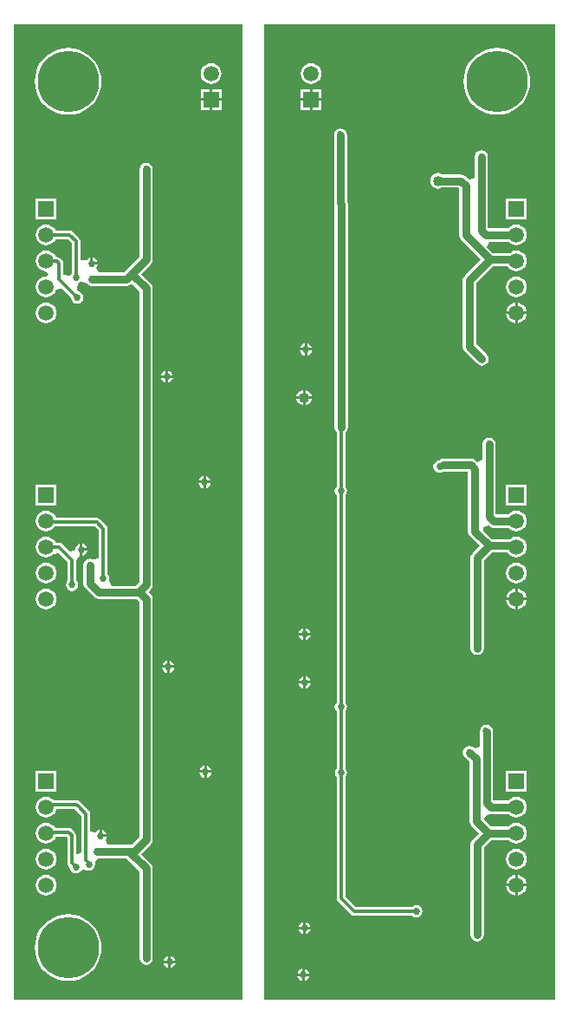
<source format=gbl>
G04*
G04 #@! TF.GenerationSoftware,Altium Limited,Altium Designer,20.2.3 (150)*
G04*
G04 Layer_Physical_Order=2*
G04 Layer_Color=16711680*
%FSLAX25Y25*%
%MOIN*%
G70*
G04*
G04 #@! TF.SameCoordinates,9B11B327-6EB5-4971-87C7-186C775F7969*
G04*
G04*
G04 #@! TF.FilePolarity,Positive*
G04*
G01*
G75*
%ADD35C,0.03000*%
%ADD36C,0.01300*%
%ADD39C,0.05906*%
%ADD40R,0.05906X0.05906*%
%ADD41C,0.23622*%
%ADD42C,0.02700*%
%ADD43C,0.04000*%
G36*
X332000Y100000D02*
X244000D01*
Y475000D01*
X332000D01*
Y100000D01*
D02*
G37*
G36*
X452500D02*
X340500D01*
Y475000D01*
X452500D01*
Y100000D01*
D02*
G37*
%LPC*%
G36*
X320000Y459987D02*
X318968Y459851D01*
X318007Y459453D01*
X317181Y458819D01*
X316547Y457993D01*
X316149Y457032D01*
X316013Y456000D01*
X316149Y454968D01*
X316547Y454007D01*
X317181Y453181D01*
X318007Y452547D01*
X318968Y452149D01*
X320000Y452013D01*
X321032Y452149D01*
X321993Y452547D01*
X322819Y453181D01*
X323453Y454007D01*
X323851Y454968D01*
X323987Y456000D01*
X323851Y457032D01*
X323453Y457993D01*
X322819Y458819D01*
X321993Y459453D01*
X321032Y459851D01*
X320000Y459987D01*
D02*
G37*
G36*
X323953Y449953D02*
X320500D01*
Y446500D01*
X323953D01*
Y449953D01*
D02*
G37*
G36*
X319500D02*
X316047D01*
Y446500D01*
X319500D01*
Y449953D01*
D02*
G37*
G36*
X323953Y445500D02*
X320500D01*
Y442047D01*
X323953D01*
Y445500D01*
D02*
G37*
G36*
X319500D02*
X316047D01*
Y442047D01*
X319500D01*
Y445500D01*
D02*
G37*
G36*
X265000Y465851D02*
X262990Y465692D01*
X261029Y465222D01*
X259166Y464450D01*
X257447Y463396D01*
X255913Y462087D01*
X254604Y460553D01*
X253550Y458834D01*
X252778Y456971D01*
X252308Y455010D01*
X252149Y453000D01*
X252308Y450990D01*
X252778Y449029D01*
X253550Y447166D01*
X254604Y445447D01*
X255913Y443913D01*
X257447Y442604D01*
X259166Y441550D01*
X261029Y440778D01*
X262990Y440308D01*
X265000Y440149D01*
X267010Y440308D01*
X268971Y440778D01*
X270834Y441550D01*
X272553Y442604D01*
X274087Y443913D01*
X275396Y445447D01*
X276450Y447166D01*
X277222Y449029D01*
X277692Y450990D01*
X277851Y453000D01*
X277692Y455010D01*
X277222Y456971D01*
X276450Y458834D01*
X275396Y460553D01*
X274087Y462087D01*
X272553Y463396D01*
X270834Y464450D01*
X268971Y465222D01*
X267010Y465692D01*
X265000Y465851D01*
D02*
G37*
G36*
X260453Y407953D02*
X252547D01*
Y400047D01*
X260453D01*
Y407953D01*
D02*
G37*
G36*
X274500Y385296D02*
Y383500D01*
X276297D01*
X276214Y383916D01*
X275695Y384694D01*
X274917Y385213D01*
X274500Y385296D01*
D02*
G37*
G36*
X295000Y421679D02*
X294024Y421485D01*
X293198Y420932D01*
X292645Y420106D01*
X292451Y419130D01*
Y385556D01*
X287698Y380802D01*
X286444Y379549D01*
X276666D01*
X276136Y380508D01*
X275857Y381549D01*
X276214Y382083D01*
X276297Y382500D01*
X274000D01*
Y383000D01*
X273500D01*
Y385296D01*
X273083Y385213D01*
X272306Y384694D01*
X272110Y384400D01*
X270538Y384193D01*
X269722Y384374D01*
X269682Y384420D01*
Y391500D01*
X269554Y392144D01*
X269190Y392690D01*
X269190Y392690D01*
X266690Y395190D01*
X266144Y395554D01*
X265500Y395682D01*
X260082D01*
X259953Y395993D01*
X259319Y396819D01*
X258493Y397453D01*
X257532Y397851D01*
X256500Y397987D01*
X255468Y397851D01*
X254507Y397453D01*
X253681Y396819D01*
X253047Y395993D01*
X252649Y395032D01*
X252513Y394000D01*
X252649Y392968D01*
X253047Y392007D01*
X253681Y391181D01*
X254507Y390547D01*
X255468Y390149D01*
X256500Y390013D01*
X257532Y390149D01*
X258493Y390547D01*
X259319Y391181D01*
X259953Y392007D01*
X260082Y392318D01*
X264803D01*
X266318Y390803D01*
Y379289D01*
X265390Y378439D01*
X263770Y378532D01*
X263391Y378742D01*
X263182Y379081D01*
Y383000D01*
X263054Y383644D01*
X262690Y384190D01*
X262690Y384190D01*
X261831Y385048D01*
X261285Y385413D01*
X260641Y385541D01*
X260140D01*
X259953Y385993D01*
X259319Y386819D01*
X258493Y387453D01*
X257532Y387851D01*
X256500Y387987D01*
X255468Y387851D01*
X254507Y387453D01*
X253681Y386819D01*
X253047Y385993D01*
X252649Y385032D01*
X252513Y384000D01*
X252649Y382968D01*
X253047Y382007D01*
X253681Y381181D01*
X254507Y380547D01*
X255468Y380149D01*
X256500Y380013D01*
X257480Y379000D01*
X256500Y377987D01*
X255468Y377851D01*
X254507Y377453D01*
X253681Y376819D01*
X253047Y375993D01*
X252649Y375032D01*
X252513Y374000D01*
X252649Y372968D01*
X253047Y372007D01*
X253681Y371181D01*
X254507Y370547D01*
X255468Y370149D01*
X256500Y370013D01*
X257532Y370149D01*
X258493Y370547D01*
X259319Y371181D01*
X259953Y372007D01*
X260351Y372968D01*
X262459Y373661D01*
X266107Y370014D01*
X266104Y370000D01*
X266286Y369083D01*
X266806Y368306D01*
X267583Y367786D01*
X268500Y367604D01*
X269417Y367786D01*
X270194Y368306D01*
X270714Y369083D01*
X270896Y370000D01*
X270714Y370917D01*
X270194Y371694D01*
X269417Y372214D01*
X268935Y372309D01*
X268424Y373336D01*
X268917Y375286D01*
X269694Y375806D01*
X270243Y375867D01*
X271908Y375631D01*
X272198Y375198D01*
X273025Y374645D01*
X274000Y374451D01*
X287500D01*
X288475Y374645D01*
X289302Y375198D01*
X289500Y375395D01*
X292451Y372444D01*
Y337500D01*
Y260556D01*
X290944Y259049D01*
X281639D01*
X280691Y261049D01*
X280714Y261083D01*
X280896Y262000D01*
X280714Y262917D01*
X280194Y263694D01*
X280182Y263702D01*
Y281000D01*
X280054Y281644D01*
X279690Y282190D01*
X279690Y282190D01*
X277190Y284690D01*
X276644Y285054D01*
X276000Y285182D01*
X260289D01*
X259953Y285993D01*
X259319Y286819D01*
X258493Y287453D01*
X257532Y287851D01*
X256500Y287987D01*
X255468Y287851D01*
X254507Y287453D01*
X253681Y286819D01*
X253047Y285993D01*
X252649Y285032D01*
X252513Y284000D01*
X252649Y282968D01*
X253047Y282007D01*
X253681Y281181D01*
X254507Y280547D01*
X255468Y280149D01*
X256500Y280013D01*
X257532Y280149D01*
X258493Y280547D01*
X259319Y281181D01*
X259808Y281818D01*
X275303D01*
X276818Y280303D01*
Y270012D01*
X276466Y269731D01*
X274818Y269126D01*
X274476Y269355D01*
X273500Y269549D01*
X272524Y269355D01*
X271698Y268802D01*
X271145Y267975D01*
X270951Y267000D01*
Y259942D01*
X271145Y258967D01*
X271698Y258140D01*
X275140Y254698D01*
X275967Y254145D01*
X276942Y253951D01*
X291444D01*
X292451Y252944D01*
Y199500D01*
Y162556D01*
X289444Y159549D01*
X280165D01*
X279635Y160509D01*
X279357Y161549D01*
X279714Y162083D01*
X279797Y162500D01*
X277500D01*
Y163000D01*
X277000D01*
Y165297D01*
X276583Y165214D01*
X275806Y164694D01*
X275556Y164320D01*
X273556Y164688D01*
Y171365D01*
X273428Y172009D01*
X273063Y172555D01*
X270190Y175428D01*
X270190Y175428D01*
X270190Y175428D01*
X269428Y176190D01*
X268882Y176554D01*
X268238Y176682D01*
X259564D01*
X259443Y176658D01*
X259319Y176819D01*
X258493Y177453D01*
X257532Y177851D01*
X256500Y177987D01*
X255468Y177851D01*
X254507Y177453D01*
X253681Y176819D01*
X253047Y175993D01*
X252649Y175032D01*
X252513Y174000D01*
X252649Y172968D01*
X253047Y172007D01*
X253681Y171181D01*
X254507Y170547D01*
X255468Y170149D01*
X256500Y170013D01*
X257532Y170149D01*
X258493Y170547D01*
X259319Y171181D01*
X259953Y172007D01*
X260351Y172968D01*
X260397Y173318D01*
X267542D01*
X267810Y173049D01*
X267810Y173049D01*
X270191Y170668D01*
Y156574D01*
X268191Y155494D01*
X268042Y155592D01*
Y163140D01*
X267915Y163784D01*
X267550Y164329D01*
X267550Y164329D01*
X266410Y165469D01*
X265864Y165834D01*
X265220Y165962D01*
X259966D01*
X259953Y165993D01*
X259319Y166819D01*
X258493Y167453D01*
X257532Y167851D01*
X256500Y167987D01*
X255468Y167851D01*
X254507Y167453D01*
X253681Y166819D01*
X253047Y165993D01*
X252649Y165032D01*
X252513Y164000D01*
X252649Y162968D01*
X253047Y162007D01*
X253681Y161181D01*
X254507Y160547D01*
X255468Y160149D01*
X256500Y160013D01*
X257532Y160149D01*
X258493Y160547D01*
X259319Y161181D01*
X259953Y162007D01*
X260197Y162597D01*
X264524D01*
X264678Y162443D01*
Y152640D01*
X264806Y151996D01*
X265171Y151450D01*
X265607Y151014D01*
X265604Y151000D01*
X265786Y150083D01*
X266306Y149306D01*
X267083Y148786D01*
X268000Y148604D01*
X268917Y148786D01*
X269607Y149248D01*
X269694Y149306D01*
X270798Y149990D01*
X272083Y149786D01*
X272190Y149765D01*
X273000Y149604D01*
X273917Y149786D01*
X274694Y150306D01*
X275214Y151083D01*
X275396Y152000D01*
X275286Y152554D01*
X275510Y153148D01*
X275802Y153571D01*
X276594Y154451D01*
X287444D01*
X292451Y149444D01*
Y144530D01*
X292444Y144493D01*
Y142007D01*
X292451Y141970D01*
Y116000D01*
X292645Y115024D01*
X293198Y114198D01*
X294024Y113645D01*
X295000Y113451D01*
X295975Y113645D01*
X296802Y114198D01*
X297355Y115024D01*
X297549Y116000D01*
Y142000D01*
X297542Y142037D01*
Y144463D01*
X297549Y144500D01*
Y150500D01*
X297355Y151476D01*
X296802Y152302D01*
X293105Y156000D01*
X296802Y159698D01*
X297355Y160524D01*
X297549Y161500D01*
Y199500D01*
Y254000D01*
X297355Y254976D01*
X296802Y255802D01*
X295855Y256750D01*
X296802Y257698D01*
X297355Y258524D01*
X297549Y259500D01*
X297499Y259750D01*
X297549Y260000D01*
Y308664D01*
X297550Y308668D01*
X297549Y308672D01*
Y337500D01*
Y373500D01*
X297355Y374476D01*
X296802Y375302D01*
X293105Y379000D01*
X296802Y382698D01*
X297355Y383524D01*
X297549Y384500D01*
Y419130D01*
X297355Y420106D01*
X296802Y420932D01*
X295975Y421485D01*
X295000Y421679D01*
D02*
G37*
G36*
X256500Y367987D02*
X255468Y367851D01*
X254507Y367453D01*
X253681Y366819D01*
X253047Y365993D01*
X252649Y365032D01*
X252513Y364000D01*
X252649Y362968D01*
X253047Y362007D01*
X253681Y361181D01*
X254507Y360547D01*
X255468Y360149D01*
X256500Y360013D01*
X257532Y360149D01*
X258493Y360547D01*
X259319Y361181D01*
X259953Y362007D01*
X260351Y362968D01*
X260487Y364000D01*
X260351Y365032D01*
X259953Y365993D01*
X259319Y366819D01*
X258493Y367453D01*
X257532Y367851D01*
X256500Y367987D01*
D02*
G37*
G36*
X303500Y341797D02*
Y340000D01*
X305297D01*
X305214Y340417D01*
X304694Y341194D01*
X303917Y341714D01*
X303500Y341797D01*
D02*
G37*
G36*
X302500D02*
X302083Y341714D01*
X301306Y341194D01*
X300786Y340417D01*
X300703Y340000D01*
X302500D01*
Y341797D01*
D02*
G37*
G36*
X305297Y339000D02*
X303500D01*
Y337203D01*
X303917Y337286D01*
X304694Y337806D01*
X305214Y338583D01*
X305297Y339000D01*
D02*
G37*
G36*
X302500D02*
X300703D01*
X300786Y338583D01*
X301306Y337806D01*
X302083Y337286D01*
X302500Y337203D01*
Y339000D01*
D02*
G37*
G36*
X318000Y301297D02*
Y299500D01*
X319797D01*
X319714Y299917D01*
X319194Y300694D01*
X318417Y301214D01*
X318000Y301297D01*
D02*
G37*
G36*
X317000D02*
X316583Y301214D01*
X315806Y300694D01*
X315286Y299917D01*
X315203Y299500D01*
X317000D01*
Y301297D01*
D02*
G37*
G36*
X319797Y298500D02*
X318000D01*
Y296703D01*
X318417Y296786D01*
X319194Y297306D01*
X319714Y298083D01*
X319797Y298500D01*
D02*
G37*
G36*
X317000D02*
X315203D01*
X315286Y298083D01*
X315806Y297306D01*
X316583Y296786D01*
X317000Y296703D01*
Y298500D01*
D02*
G37*
G36*
X260453Y297953D02*
X252547D01*
Y290047D01*
X260453D01*
Y297953D01*
D02*
G37*
G36*
X270500Y275297D02*
Y273500D01*
X272297D01*
X272214Y273917D01*
X271694Y274694D01*
X270917Y275214D01*
X270500Y275297D01*
D02*
G37*
G36*
X272297Y272500D02*
X270500D01*
Y270703D01*
X270917Y270786D01*
X271694Y271306D01*
X272214Y272083D01*
X272297Y272500D01*
D02*
G37*
G36*
X256500Y267987D02*
X255468Y267851D01*
X254507Y267453D01*
X253681Y266819D01*
X253047Y265993D01*
X252649Y265032D01*
X252513Y264000D01*
X252649Y262968D01*
X253047Y262007D01*
X253681Y261181D01*
X254507Y260547D01*
X255468Y260149D01*
X256500Y260013D01*
X257532Y260149D01*
X258493Y260547D01*
X259319Y261181D01*
X259953Y262007D01*
X260351Y262968D01*
X260487Y264000D01*
X260351Y265032D01*
X259953Y265993D01*
X259319Y266819D01*
X258493Y267453D01*
X257532Y267851D01*
X256500Y267987D01*
D02*
G37*
G36*
Y277987D02*
X255468Y277851D01*
X254507Y277453D01*
X253681Y276819D01*
X253047Y275993D01*
X252649Y275032D01*
X252513Y274000D01*
X252649Y272968D01*
X253047Y272007D01*
X253681Y271181D01*
X254507Y270547D01*
X255468Y270149D01*
X256500Y270013D01*
X257532Y270149D01*
X258493Y270547D01*
X259319Y271181D01*
X259352Y271223D01*
X261544Y271468D01*
X261852Y271364D01*
X264818Y268398D01*
Y261202D01*
X264806Y261194D01*
X264286Y260417D01*
X264104Y259500D01*
X264286Y258583D01*
X264806Y257806D01*
X265583Y257286D01*
X266500Y257104D01*
X267417Y257286D01*
X268194Y257806D01*
X268714Y258583D01*
X268896Y259500D01*
X268714Y260417D01*
X268194Y261194D01*
X268182Y261202D01*
Y269095D01*
X268182Y269095D01*
X268295Y269307D01*
X269489Y270509D01*
X269500Y270515D01*
Y273000D01*
Y275297D01*
X269083Y275214D01*
X268306Y274694D01*
X267786Y273917D01*
X267637Y273166D01*
X267010Y272768D01*
X265711Y272263D01*
X262785Y275190D01*
X262239Y275554D01*
X261595Y275682D01*
X260082D01*
X259953Y275993D01*
X259319Y276819D01*
X258493Y277453D01*
X257532Y277851D01*
X256500Y277987D01*
D02*
G37*
G36*
Y257987D02*
X255468Y257851D01*
X254507Y257453D01*
X253681Y256819D01*
X253047Y255993D01*
X252649Y255032D01*
X252513Y254000D01*
X252649Y252968D01*
X253047Y252007D01*
X253681Y251181D01*
X254507Y250547D01*
X255468Y250149D01*
X256500Y250013D01*
X257532Y250149D01*
X258493Y250547D01*
X259319Y251181D01*
X259953Y252007D01*
X260351Y252968D01*
X260487Y254000D01*
X260351Y255032D01*
X259953Y255993D01*
X259319Y256819D01*
X258493Y257453D01*
X257532Y257851D01*
X256500Y257987D01*
D02*
G37*
G36*
X304000Y230297D02*
Y228500D01*
X305797D01*
X305714Y228917D01*
X305194Y229694D01*
X304417Y230214D01*
X304000Y230297D01*
D02*
G37*
G36*
X303000D02*
X302583Y230214D01*
X301806Y229694D01*
X301286Y228917D01*
X301203Y228500D01*
X303000D01*
Y230297D01*
D02*
G37*
G36*
X305797Y227500D02*
X304000D01*
Y225703D01*
X304417Y225786D01*
X305194Y226306D01*
X305714Y227083D01*
X305797Y227500D01*
D02*
G37*
G36*
X303000D02*
X301203D01*
X301286Y227083D01*
X301806Y226306D01*
X302583Y225786D01*
X303000Y225703D01*
Y227500D01*
D02*
G37*
G36*
X318336Y189942D02*
Y188145D01*
X320133D01*
X320050Y188562D01*
X319530Y189339D01*
X318753Y189859D01*
X318336Y189942D01*
D02*
G37*
G36*
X317336D02*
X316919Y189859D01*
X316142Y189339D01*
X315622Y188562D01*
X315540Y188145D01*
X317336D01*
Y189942D01*
D02*
G37*
G36*
X320133Y187145D02*
X318336D01*
Y185349D01*
X318753Y185432D01*
X319530Y185951D01*
X320050Y186728D01*
X320133Y187145D01*
D02*
G37*
G36*
X317336D02*
X315540D01*
X315622Y186728D01*
X316142Y185951D01*
X316919Y185432D01*
X317336Y185349D01*
Y187145D01*
D02*
G37*
G36*
X260453Y187953D02*
X252547D01*
Y180047D01*
X260453D01*
Y187953D01*
D02*
G37*
G36*
X278000Y165297D02*
Y163500D01*
X279797D01*
X279714Y163917D01*
X279194Y164694D01*
X278417Y165214D01*
X278000Y165297D01*
D02*
G37*
G36*
X256500Y157987D02*
X255468Y157851D01*
X254507Y157453D01*
X253681Y156819D01*
X253047Y155993D01*
X252649Y155032D01*
X252513Y154000D01*
X252649Y152968D01*
X253047Y152007D01*
X253681Y151181D01*
X254507Y150547D01*
X255468Y150149D01*
X256500Y150013D01*
X257532Y150149D01*
X258493Y150547D01*
X259319Y151181D01*
X259953Y152007D01*
X260351Y152968D01*
X260487Y154000D01*
X260351Y155032D01*
X259953Y155993D01*
X259319Y156819D01*
X258493Y157453D01*
X257532Y157851D01*
X256500Y157987D01*
D02*
G37*
G36*
Y147987D02*
X255468Y147851D01*
X254507Y147453D01*
X253681Y146819D01*
X253047Y145993D01*
X252649Y145032D01*
X252513Y144000D01*
X252649Y142968D01*
X253047Y142007D01*
X253681Y141181D01*
X254507Y140547D01*
X255468Y140149D01*
X256500Y140013D01*
X257532Y140149D01*
X258493Y140547D01*
X259319Y141181D01*
X259953Y142007D01*
X260351Y142968D01*
X260487Y144000D01*
X260351Y145032D01*
X259953Y145993D01*
X259319Y146819D01*
X258493Y147453D01*
X257532Y147851D01*
X256500Y147987D01*
D02*
G37*
G36*
X304500Y116797D02*
Y115000D01*
X306297D01*
X306214Y115417D01*
X305694Y116194D01*
X304917Y116714D01*
X304500Y116797D01*
D02*
G37*
G36*
X303500D02*
X303083Y116714D01*
X302306Y116194D01*
X301786Y115417D01*
X301703Y115000D01*
X303500D01*
Y116797D01*
D02*
G37*
G36*
X306297Y114000D02*
X304500D01*
Y112203D01*
X304917Y112286D01*
X305694Y112806D01*
X306214Y113583D01*
X306297Y114000D01*
D02*
G37*
G36*
X303500D02*
X301703D01*
X301786Y113583D01*
X302306Y112806D01*
X303083Y112286D01*
X303500Y112203D01*
Y114000D01*
D02*
G37*
G36*
X265000Y132851D02*
X262990Y132692D01*
X261029Y132222D01*
X259166Y131450D01*
X257447Y130396D01*
X255913Y129087D01*
X254604Y127553D01*
X253550Y125834D01*
X252778Y123971D01*
X252308Y122010D01*
X252149Y120000D01*
X252308Y117990D01*
X252778Y116029D01*
X253550Y114166D01*
X254604Y112447D01*
X255913Y110913D01*
X257447Y109604D01*
X259166Y108550D01*
X261029Y107778D01*
X262990Y107308D01*
X265000Y107149D01*
X267010Y107308D01*
X268971Y107778D01*
X270834Y108550D01*
X272553Y109604D01*
X274087Y110913D01*
X275396Y112447D01*
X276450Y114166D01*
X277222Y116029D01*
X277692Y117990D01*
X277851Y120000D01*
X277692Y122010D01*
X277222Y123971D01*
X276450Y125834D01*
X275396Y127553D01*
X274087Y129087D01*
X272553Y130396D01*
X270834Y131450D01*
X268971Y132222D01*
X267010Y132692D01*
X265000Y132851D01*
D02*
G37*
G36*
X358500Y459987D02*
X357468Y459851D01*
X356507Y459453D01*
X355681Y458819D01*
X355047Y457993D01*
X354649Y457032D01*
X354513Y456000D01*
X354649Y454968D01*
X355047Y454007D01*
X355681Y453181D01*
X356507Y452547D01*
X357468Y452149D01*
X358500Y452013D01*
X359532Y452149D01*
X360493Y452547D01*
X361319Y453181D01*
X361953Y454007D01*
X362351Y454968D01*
X362487Y456000D01*
X362351Y457032D01*
X361953Y457993D01*
X361319Y458819D01*
X360493Y459453D01*
X359532Y459851D01*
X358500Y459987D01*
D02*
G37*
G36*
X362453Y449953D02*
X359000D01*
Y446500D01*
X362453D01*
Y449953D01*
D02*
G37*
G36*
X358000D02*
X354547D01*
Y446500D01*
X358000D01*
Y449953D01*
D02*
G37*
G36*
X362453Y445500D02*
X359000D01*
Y442047D01*
X362453D01*
Y445500D01*
D02*
G37*
G36*
X358000D02*
X354547D01*
Y442047D01*
X358000D01*
Y445500D01*
D02*
G37*
G36*
X430000Y465851D02*
X427990Y465692D01*
X426029Y465222D01*
X424166Y464450D01*
X422447Y463396D01*
X420913Y462087D01*
X419604Y460553D01*
X418550Y458834D01*
X417778Y456971D01*
X417308Y455010D01*
X417149Y453000D01*
X417308Y450990D01*
X417778Y449029D01*
X418550Y447166D01*
X419604Y445447D01*
X420913Y443913D01*
X422447Y442604D01*
X424166Y441550D01*
X426029Y440778D01*
X427990Y440308D01*
X430000Y440149D01*
X432010Y440308D01*
X433971Y440778D01*
X435834Y441550D01*
X437553Y442604D01*
X439087Y443913D01*
X440396Y445447D01*
X441450Y447166D01*
X442222Y449029D01*
X442692Y450990D01*
X442851Y453000D01*
X442692Y455010D01*
X442222Y456971D01*
X441450Y458834D01*
X440396Y460553D01*
X439087Y462087D01*
X437553Y463396D01*
X435834Y464450D01*
X433971Y465222D01*
X432010Y465692D01*
X430000Y465851D01*
D02*
G37*
G36*
X424000Y426549D02*
X423025Y426355D01*
X422198Y425802D01*
X421645Y424975D01*
X421451Y424000D01*
Y415932D01*
X420820Y415503D01*
X419451Y415163D01*
X418045Y416569D01*
X417218Y417122D01*
X416243Y417316D01*
X408968D01*
X408875Y417387D01*
X408146Y417690D01*
X407362Y417793D01*
X406579Y417690D01*
X405849Y417387D01*
X405223Y416906D01*
X404742Y416280D01*
X404440Y415550D01*
X404337Y414767D01*
X404440Y413983D01*
X404742Y413254D01*
X405223Y412627D01*
X405849Y412146D01*
X406579Y411844D01*
X407362Y411741D01*
X408146Y411844D01*
X408875Y412146D01*
X408968Y412218D01*
X415187D01*
X415451Y411953D01*
Y394000D01*
X415645Y393024D01*
X416198Y392198D01*
X423895Y384500D01*
X417698Y378302D01*
X417145Y377476D01*
X416951Y376500D01*
Y351079D01*
X417145Y350103D01*
X417698Y349277D01*
X422463Y344511D01*
X423290Y343958D01*
X424266Y343764D01*
X425241Y343958D01*
X426068Y344511D01*
X426621Y345338D01*
X426815Y346313D01*
X426621Y347289D01*
X426068Y348116D01*
X422049Y352135D01*
Y375444D01*
X428556Y381951D01*
X434090D01*
X434681Y381181D01*
X435507Y380547D01*
X436468Y380149D01*
X437500Y380013D01*
X438532Y380149D01*
X439493Y380547D01*
X440319Y381181D01*
X440953Y382007D01*
X441351Y382968D01*
X441487Y384000D01*
X441351Y385032D01*
X440953Y385993D01*
X440319Y386819D01*
X439493Y387453D01*
X438532Y387851D01*
X437500Y387987D01*
X436468Y387851D01*
X435507Y387453D01*
X434980Y387049D01*
X428556D01*
X426154Y389451D01*
X426982Y391451D01*
X434474D01*
X434681Y391181D01*
X435507Y390547D01*
X436468Y390149D01*
X437500Y390013D01*
X438532Y390149D01*
X439493Y390547D01*
X440319Y391181D01*
X440953Y392007D01*
X441351Y392968D01*
X441487Y394000D01*
X441351Y395032D01*
X440953Y395993D01*
X440319Y396819D01*
X439493Y397453D01*
X438532Y397851D01*
X437500Y397987D01*
X436468Y397851D01*
X435507Y397453D01*
X434681Y396819D01*
X434474Y396549D01*
X426813D01*
X426549Y396813D01*
Y424000D01*
X426355Y424975D01*
X425802Y425802D01*
X424975Y426355D01*
X424000Y426549D01*
D02*
G37*
G36*
X441453Y407953D02*
X433547D01*
Y400047D01*
X441453D01*
Y407953D01*
D02*
G37*
G36*
X437500Y377987D02*
X436468Y377851D01*
X435507Y377453D01*
X434681Y376819D01*
X434047Y375993D01*
X433649Y375032D01*
X433513Y374000D01*
X433649Y372968D01*
X434047Y372007D01*
X434681Y371181D01*
X435507Y370547D01*
X436468Y370149D01*
X437500Y370013D01*
X438532Y370149D01*
X439493Y370547D01*
X440319Y371181D01*
X440953Y372007D01*
X441351Y372968D01*
X441487Y374000D01*
X441351Y375032D01*
X440953Y375993D01*
X440319Y376819D01*
X439493Y377453D01*
X438532Y377851D01*
X437500Y377987D01*
D02*
G37*
G36*
X438000Y367921D02*
Y364500D01*
X441421D01*
X441351Y365032D01*
X440953Y365993D01*
X440319Y366819D01*
X439493Y367453D01*
X438532Y367851D01*
X438000Y367921D01*
D02*
G37*
G36*
X437000D02*
X436468Y367851D01*
X435507Y367453D01*
X434681Y366819D01*
X434047Y365993D01*
X433649Y365032D01*
X433579Y364500D01*
X437000D01*
Y367921D01*
D02*
G37*
G36*
X441421Y363500D02*
X438000D01*
Y360079D01*
X438532Y360149D01*
X439493Y360547D01*
X440319Y361181D01*
X440953Y362007D01*
X441351Y362968D01*
X441421Y363500D01*
D02*
G37*
G36*
X437000D02*
X433579D01*
X433649Y362968D01*
X434047Y362007D01*
X434681Y361181D01*
X435507Y360547D01*
X436468Y360149D01*
X437000Y360079D01*
Y363500D01*
D02*
G37*
G36*
X357000Y352297D02*
Y350500D01*
X358797D01*
X358714Y350917D01*
X358194Y351694D01*
X357417Y352214D01*
X357000Y352297D01*
D02*
G37*
G36*
X356000D02*
X355583Y352214D01*
X354806Y351694D01*
X354286Y350917D01*
X354203Y350500D01*
X356000D01*
Y352297D01*
D02*
G37*
G36*
X358797Y349500D02*
X357000D01*
Y347703D01*
X357417Y347786D01*
X358194Y348306D01*
X358714Y349083D01*
X358797Y349500D01*
D02*
G37*
G36*
X356000D02*
X354203D01*
X354286Y349083D01*
X354806Y348306D01*
X355583Y347786D01*
X356000Y347703D01*
Y349500D01*
D02*
G37*
G36*
X356303Y334383D02*
Y331923D01*
X358763D01*
X358726Y332206D01*
X358424Y332936D01*
X357943Y333562D01*
X357316Y334043D01*
X356587Y334346D01*
X356303Y334383D01*
D02*
G37*
G36*
X355303D02*
X355020Y334346D01*
X354290Y334043D01*
X353664Y333562D01*
X353183Y332936D01*
X352881Y332206D01*
X352843Y331923D01*
X355303D01*
Y334383D01*
D02*
G37*
G36*
X358763Y330923D02*
X356303D01*
Y328463D01*
X356587Y328500D01*
X357316Y328802D01*
X357943Y329283D01*
X358424Y329910D01*
X358726Y330640D01*
X358763Y330923D01*
D02*
G37*
G36*
X355303D02*
X352843D01*
X352881Y330640D01*
X353183Y329910D01*
X353664Y329283D01*
X354290Y328802D01*
X355020Y328500D01*
X355303Y328463D01*
Y330923D01*
D02*
G37*
G36*
X427000Y316049D02*
X426024Y315855D01*
X425198Y315302D01*
X424645Y314475D01*
X424451Y313500D01*
Y307482D01*
X422451Y306654D01*
X421802Y307302D01*
X420975Y307855D01*
X420000Y308049D01*
X409461D01*
X408486Y307855D01*
X407714Y307339D01*
X407083Y307214D01*
X406306Y306694D01*
X405786Y305917D01*
X405604Y305000D01*
X405786Y304083D01*
X406306Y303306D01*
X407083Y302786D01*
X408000Y302604D01*
X408917Y302786D01*
X409232Y302997D01*
X409461Y302951D01*
X418944D01*
X418951Y302944D01*
Y280000D01*
X419145Y279025D01*
X419698Y278198D01*
X423395Y274500D01*
X420662Y271767D01*
X420110Y270940D01*
X419916Y269965D01*
Y235035D01*
X420110Y234060D01*
X420662Y233233D01*
X421489Y232681D01*
X422465Y232487D01*
X423440Y232681D01*
X424267Y233233D01*
X424820Y234060D01*
X425014Y235035D01*
Y268909D01*
X428056Y271951D01*
X434090D01*
X434681Y271181D01*
X435507Y270547D01*
X436468Y270149D01*
X437500Y270013D01*
X438532Y270149D01*
X439493Y270547D01*
X440319Y271181D01*
X440953Y272007D01*
X441351Y272968D01*
X441487Y274000D01*
X441351Y275032D01*
X440953Y275993D01*
X440319Y276819D01*
X439493Y277453D01*
X438532Y277851D01*
X437500Y277987D01*
X436468Y277851D01*
X435507Y277453D01*
X434980Y277049D01*
X428056D01*
X424677Y280427D01*
X424827Y281497D01*
X426946Y282206D01*
X426955Y282198D01*
X427782Y281645D01*
X428757Y281451D01*
X434474D01*
X434681Y281181D01*
X435507Y280547D01*
X436468Y280149D01*
X437500Y280013D01*
X438532Y280149D01*
X439493Y280547D01*
X440319Y281181D01*
X440953Y282007D01*
X441351Y282968D01*
X441487Y284000D01*
X441351Y285032D01*
X440953Y285993D01*
X440319Y286819D01*
X439493Y287453D01*
X438532Y287851D01*
X437500Y287987D01*
X436468Y287851D01*
X435507Y287453D01*
X434681Y286819D01*
X434474Y286549D01*
X429813D01*
X429549Y286813D01*
Y313500D01*
X429355Y314475D01*
X428802Y315302D01*
X427976Y315855D01*
X427000Y316049D01*
D02*
G37*
G36*
X441453Y297953D02*
X433547D01*
Y290047D01*
X441453D01*
Y297953D01*
D02*
G37*
G36*
X437500Y267987D02*
X436468Y267851D01*
X435507Y267453D01*
X434681Y266819D01*
X434047Y265993D01*
X433649Y265032D01*
X433513Y264000D01*
X433649Y262968D01*
X434047Y262007D01*
X434681Y261181D01*
X435507Y260547D01*
X436468Y260149D01*
X437500Y260013D01*
X438532Y260149D01*
X439493Y260547D01*
X440319Y261181D01*
X440953Y262007D01*
X441351Y262968D01*
X441487Y264000D01*
X441351Y265032D01*
X440953Y265993D01*
X440319Y266819D01*
X439493Y267453D01*
X438532Y267851D01*
X437500Y267987D01*
D02*
G37*
G36*
X438000Y257921D02*
Y254500D01*
X441421D01*
X441351Y255032D01*
X440953Y255993D01*
X440319Y256819D01*
X439493Y257453D01*
X438532Y257851D01*
X438000Y257921D01*
D02*
G37*
G36*
X437000D02*
X436468Y257851D01*
X435507Y257453D01*
X434681Y256819D01*
X434047Y255993D01*
X433649Y255032D01*
X433579Y254500D01*
X437000D01*
Y257921D01*
D02*
G37*
G36*
X441421Y253500D02*
X438000D01*
Y250079D01*
X438532Y250149D01*
X439493Y250547D01*
X440319Y251181D01*
X440953Y252007D01*
X441351Y252968D01*
X441421Y253500D01*
D02*
G37*
G36*
X437000D02*
X433579D01*
X433649Y252968D01*
X434047Y252007D01*
X434681Y251181D01*
X435507Y250547D01*
X436468Y250149D01*
X437000Y250079D01*
Y253500D01*
D02*
G37*
G36*
X356500Y242797D02*
Y241000D01*
X358297D01*
X358214Y241417D01*
X357694Y242194D01*
X356917Y242714D01*
X356500Y242797D01*
D02*
G37*
G36*
X355500D02*
X355083Y242714D01*
X354306Y242194D01*
X353786Y241417D01*
X353703Y241000D01*
X355500D01*
Y242797D01*
D02*
G37*
G36*
X358297Y240000D02*
X356500D01*
Y238203D01*
X356917Y238286D01*
X357694Y238806D01*
X358214Y239583D01*
X358297Y240000D01*
D02*
G37*
G36*
X355500D02*
X353703D01*
X353786Y239583D01*
X354306Y238806D01*
X355083Y238286D01*
X355500Y238203D01*
Y240000D01*
D02*
G37*
G36*
X356500Y224297D02*
Y222500D01*
X358297D01*
X358214Y222917D01*
X357694Y223694D01*
X356917Y224214D01*
X356500Y224297D01*
D02*
G37*
G36*
X355500D02*
X355083Y224214D01*
X354306Y223694D01*
X353786Y222917D01*
X353703Y222500D01*
X355500D01*
Y224297D01*
D02*
G37*
G36*
X358297Y221500D02*
X356500D01*
Y219703D01*
X356917Y219786D01*
X357694Y220306D01*
X358214Y221083D01*
X358297Y221500D01*
D02*
G37*
G36*
X355500D02*
X353703D01*
X353786Y221083D01*
X354306Y220306D01*
X355083Y219786D01*
X355500Y219703D01*
Y221500D01*
D02*
G37*
G36*
X426000Y205657D02*
X425025Y205463D01*
X424198Y204910D01*
X423645Y204083D01*
X423451Y203108D01*
Y197267D01*
X421603Y196502D01*
X421302Y196802D01*
X420475Y197355D01*
X419500Y197549D01*
X418525Y197355D01*
X417698Y196802D01*
X417145Y195975D01*
X416951Y195000D01*
X417145Y194025D01*
X417698Y193198D01*
X419451Y191444D01*
Y168750D01*
X419645Y167774D01*
X420198Y166948D01*
X423145Y164000D01*
X420698Y161552D01*
X420145Y160725D01*
X419951Y159750D01*
Y125000D01*
X420145Y124024D01*
X420698Y123198D01*
X421524Y122645D01*
X422500Y122451D01*
X423476Y122645D01*
X424302Y123198D01*
X424855Y124024D01*
X425049Y125000D01*
Y158694D01*
X427806Y161451D01*
X434474D01*
X434681Y161181D01*
X435507Y160547D01*
X436468Y160149D01*
X437500Y160013D01*
X438532Y160149D01*
X439493Y160547D01*
X440319Y161181D01*
X440953Y162007D01*
X441351Y162968D01*
X441487Y164000D01*
X441351Y165032D01*
X440953Y165993D01*
X440319Y166819D01*
X439493Y167453D01*
X438532Y167851D01*
X437500Y167987D01*
X436468Y167851D01*
X435507Y167453D01*
X434681Y166819D01*
X434474Y166549D01*
X427806D01*
X425228Y169127D01*
X425385Y170218D01*
X425647Y170486D01*
X427428Y171517D01*
X427757Y171451D01*
X434474D01*
X434681Y171181D01*
X435507Y170547D01*
X436468Y170149D01*
X437500Y170013D01*
X438532Y170149D01*
X439493Y170547D01*
X440319Y171181D01*
X440953Y172007D01*
X441351Y172968D01*
X441487Y174000D01*
X441351Y175032D01*
X440953Y175993D01*
X440319Y176819D01*
X439493Y177453D01*
X438532Y177851D01*
X437500Y177987D01*
X436468Y177851D01*
X435507Y177453D01*
X434681Y176819D01*
X434474Y176549D01*
X428813D01*
X428549Y176813D01*
Y203108D01*
X428355Y204083D01*
X427802Y204910D01*
X426975Y205463D01*
X426000Y205657D01*
D02*
G37*
G36*
X441453Y187953D02*
X433547D01*
Y180047D01*
X441453D01*
Y187953D01*
D02*
G37*
G36*
X437500Y157987D02*
X436468Y157851D01*
X435507Y157453D01*
X434681Y156819D01*
X434047Y155993D01*
X433649Y155032D01*
X433513Y154000D01*
X433649Y152968D01*
X434047Y152007D01*
X434681Y151181D01*
X435507Y150547D01*
X436468Y150149D01*
X437500Y150013D01*
X438532Y150149D01*
X439493Y150547D01*
X440319Y151181D01*
X440953Y152007D01*
X441351Y152968D01*
X441487Y154000D01*
X441351Y155032D01*
X440953Y155993D01*
X440319Y156819D01*
X439493Y157453D01*
X438532Y157851D01*
X437500Y157987D01*
D02*
G37*
G36*
X438000Y147921D02*
Y144500D01*
X441421D01*
X441351Y145032D01*
X440953Y145993D01*
X440319Y146819D01*
X439493Y147453D01*
X438532Y147851D01*
X438000Y147921D01*
D02*
G37*
G36*
X437000D02*
X436468Y147851D01*
X435507Y147453D01*
X434681Y146819D01*
X434047Y145993D01*
X433649Y145032D01*
X433579Y144500D01*
X437000D01*
Y147921D01*
D02*
G37*
G36*
X441421Y143500D02*
X438000D01*
Y140079D01*
X438532Y140149D01*
X439493Y140547D01*
X440319Y141181D01*
X440953Y142007D01*
X441351Y142968D01*
X441421Y143500D01*
D02*
G37*
G36*
X437000D02*
X433579D01*
X433649Y142968D01*
X434047Y142007D01*
X434681Y141181D01*
X435507Y140547D01*
X436468Y140149D01*
X437000Y140079D01*
Y143500D01*
D02*
G37*
G36*
X369875Y434924D02*
X368899Y434730D01*
X368893Y434726D01*
X368833Y434714D01*
X368056Y434194D01*
X367536Y433417D01*
X367524Y433357D01*
X367520Y433351D01*
X367326Y432375D01*
Y406125D01*
X367520Y405150D01*
X367554Y405099D01*
Y320003D01*
X367748Y319027D01*
X368301Y318200D01*
X368400Y318134D01*
Y297257D01*
X368306Y297194D01*
X367786Y296417D01*
X367604Y295500D01*
X367786Y294583D01*
X368306Y293806D01*
X368318Y293798D01*
Y214202D01*
X368306Y214194D01*
X367786Y213417D01*
X367604Y212500D01*
X367786Y211583D01*
X368306Y210806D01*
X368318Y210798D01*
Y188799D01*
X367815Y188047D01*
X367633Y187130D01*
X367815Y186213D01*
X368335Y185436D01*
X368347Y185428D01*
Y138971D01*
X368475Y138327D01*
X368839Y137781D01*
X373810Y132810D01*
X373810Y132810D01*
X374356Y132446D01*
X375000Y132318D01*
X375000Y132318D01*
X397298D01*
X397306Y132306D01*
X398083Y131786D01*
X399000Y131604D01*
X399917Y131786D01*
X400694Y132306D01*
X401214Y133083D01*
X401396Y134000D01*
X401214Y134917D01*
X400694Y135694D01*
X399917Y136214D01*
X399000Y136396D01*
X398083Y136214D01*
X397306Y135694D01*
X397298Y135682D01*
X375697D01*
X371711Y139668D01*
Y185428D01*
X371723Y185436D01*
X372243Y186213D01*
X372425Y187130D01*
X372243Y188047D01*
X371723Y188825D01*
X371682Y188852D01*
Y210798D01*
X371694Y210806D01*
X372214Y211583D01*
X372396Y212500D01*
X372214Y213417D01*
X371694Y214194D01*
X371682Y214202D01*
Y293798D01*
X371694Y293806D01*
X372214Y294583D01*
X372396Y295500D01*
X372214Y296417D01*
X371764Y297090D01*
Y318106D01*
X371905Y318200D01*
X372458Y319027D01*
X372652Y320003D01*
Y405897D01*
X372458Y406873D01*
X372424Y406923D01*
Y432375D01*
X372230Y433351D01*
X371677Y434177D01*
X370850Y434730D01*
X369875Y434924D01*
D02*
G37*
G36*
X356500Y129797D02*
Y128000D01*
X358297D01*
X358214Y128417D01*
X357694Y129194D01*
X356917Y129714D01*
X356500Y129797D01*
D02*
G37*
G36*
X355500D02*
X355083Y129714D01*
X354306Y129194D01*
X353786Y128417D01*
X353703Y128000D01*
X355500D01*
Y129797D01*
D02*
G37*
G36*
X358297Y127000D02*
X356500D01*
Y125203D01*
X356917Y125286D01*
X357694Y125806D01*
X358214Y126583D01*
X358297Y127000D01*
D02*
G37*
G36*
X355500D02*
X353703D01*
X353786Y126583D01*
X354306Y125806D01*
X355083Y125286D01*
X355500Y125203D01*
Y127000D01*
D02*
G37*
G36*
X356000Y111797D02*
Y110000D01*
X357797D01*
X357714Y110417D01*
X357194Y111194D01*
X356417Y111714D01*
X356000Y111797D01*
D02*
G37*
G36*
X355000D02*
X354583Y111714D01*
X353806Y111194D01*
X353286Y110417D01*
X353203Y110000D01*
X355000D01*
Y111797D01*
D02*
G37*
G36*
X357797Y109000D02*
X356000D01*
Y107203D01*
X356417Y107286D01*
X357194Y107806D01*
X357714Y108583D01*
X357797Y109000D01*
D02*
G37*
G36*
X355000D02*
X353203D01*
X353286Y108583D01*
X353806Y107806D01*
X354583Y107286D01*
X355000Y107203D01*
Y109000D01*
D02*
G37*
%LPD*%
D35*
X437000Y274500D02*
X437500Y274000D01*
X427000Y274500D02*
X437000D01*
X428757Y284000D02*
X437500D01*
X427000Y285757D02*
Y313500D01*
Y285757D02*
X428757Y284000D01*
X426750Y164000D02*
X437500D01*
X426000Y175757D02*
X427757Y174000D01*
X426000Y175757D02*
Y203108D01*
X427757Y174000D02*
X437500D01*
X437000Y384500D02*
X437500Y384000D01*
X427500Y384500D02*
X437000D01*
X425757Y394000D02*
X437500D01*
X424000Y395757D02*
Y424000D01*
Y395757D02*
X425757Y394000D01*
X418000D02*
X427500Y384500D01*
X437500Y364500D02*
X437744D01*
X370103Y320003D02*
Y405897D01*
X295000Y199500D02*
Y254000D01*
X289500Y379000D02*
X295000Y384500D01*
Y419130D01*
Y260000D02*
Y337500D01*
X288500Y157000D02*
X295000Y150500D01*
X369875Y406125D02*
Y432375D01*
X422500Y125000D02*
Y159750D01*
X422465Y235035D02*
Y269965D01*
X427000Y274500D01*
X437500Y254500D02*
X438286D01*
X422500Y159750D02*
X426750Y164000D01*
X422000Y168750D02*
X426750Y164000D01*
X419500Y195000D02*
X422000Y192500D01*
Y168750D02*
Y192500D01*
X421500Y280000D02*
Y304000D01*
X420000Y305500D02*
X421500Y304000D01*
Y280000D02*
X427000Y274500D01*
X409461Y305500D02*
X420000D01*
X419500Y351079D02*
X424266Y346313D01*
X419500Y376500D02*
X427500Y384500D01*
X419500Y351079D02*
Y376500D01*
X418000Y394000D02*
Y413009D01*
X416243Y414767D02*
X418000Y413009D01*
X407362Y414767D02*
X416243D01*
X274000Y377000D02*
X287500D01*
X289500Y379000D01*
X295000Y337500D02*
Y373500D01*
X289500Y379000D02*
X295000Y373500D01*
X290500Y157000D02*
X295000Y161500D01*
Y199500D01*
X288500Y157000D02*
X290500D01*
X276000D02*
X288500D01*
X295000Y144500D02*
Y150500D01*
X294993Y142007D02*
Y144493D01*
X295000Y144500D01*
X294993Y142007D02*
X295000Y142000D01*
Y116000D02*
Y142000D01*
X292500Y256500D02*
X295000Y254000D01*
X276942Y256500D02*
X292000D01*
X295000Y259500D01*
X273500Y259942D02*
Y267000D01*
Y259942D02*
X276942Y256500D01*
X437500Y144500D02*
X438056Y145056D01*
D36*
X370103Y320003D02*
X370164Y319942D01*
X370000Y406000D02*
X370103Y405897D01*
X370029Y138971D02*
X375000Y134000D01*
X370029Y138971D02*
Y187130D01*
X370000Y187159D02*
X370029Y187130D01*
X294970Y419160D02*
X295000Y419130D01*
X256500Y394000D02*
X265500D01*
X268000Y391500D01*
X261500Y377000D02*
X268500Y370000D01*
X256641Y383859D02*
X260641D01*
X256500Y384000D02*
X256641Y383859D01*
X261500Y377000D02*
Y383000D01*
X260641Y383859D02*
X261500Y383000D01*
X268000Y377500D02*
Y391500D01*
X261595Y274000D02*
X266500Y269095D01*
X256500Y274000D02*
X261595D01*
X369750Y432500D02*
X369875Y432375D01*
Y406125D02*
X370000Y406000D01*
X425932Y203175D02*
X426000Y203108D01*
X266360Y152640D02*
X268000Y151000D01*
X266360Y152640D02*
Y163140D01*
X265220Y164280D02*
X266360Y163140D01*
X256780Y164280D02*
X265220D01*
X292000Y256500D02*
X292500D01*
X295000Y259500D02*
Y260000D01*
X278500Y262000D02*
Y281000D01*
X257000Y283500D02*
X276000D01*
X278500Y281000D01*
X256500Y284000D02*
X257000Y283500D01*
X269732Y272732D02*
X270000Y273000D01*
X271873Y153462D02*
Y171365D01*
X269000Y174239D02*
X271873Y171365D01*
X273000Y152000D02*
Y152335D01*
X271873Y153462D02*
X273000Y152335D01*
X266500Y259500D02*
Y269095D01*
X269000Y174239D02*
Y174239D01*
X268238Y175000D02*
X269000Y174239D01*
X259564Y175000D02*
X268238D01*
X256500Y174000D02*
X257381Y174881D01*
X259446D01*
X259564Y175000D01*
X256500Y164000D02*
X256780Y164280D01*
X375000Y134000D02*
X399000D01*
X355500Y221500D02*
X356000Y222000D01*
X370000Y187159D02*
Y212500D01*
Y295500D01*
X355803Y222197D02*
X356000Y222000D01*
X370082Y295582D02*
Y319860D01*
X370000Y295500D02*
X370082Y295582D01*
Y319860D02*
X370164Y319942D01*
X355803Y331423D02*
X355902Y331521D01*
D39*
X437500Y364000D02*
D03*
Y374000D02*
D03*
Y384000D02*
D03*
Y394000D02*
D03*
X256500Y364000D02*
D03*
Y374000D02*
D03*
Y384000D02*
D03*
Y394000D02*
D03*
Y284000D02*
D03*
Y274000D02*
D03*
Y264000D02*
D03*
Y254000D02*
D03*
Y174000D02*
D03*
Y164000D02*
D03*
Y154000D02*
D03*
Y144000D02*
D03*
X437500Y174000D02*
D03*
Y164000D02*
D03*
Y154000D02*
D03*
Y144000D02*
D03*
Y254000D02*
D03*
Y264000D02*
D03*
Y274000D02*
D03*
Y284000D02*
D03*
X358500Y456000D02*
D03*
X320000D02*
D03*
D40*
X437500Y404000D02*
D03*
X256500D02*
D03*
Y294000D02*
D03*
Y184000D02*
D03*
X437500D02*
D03*
Y294000D02*
D03*
X358500Y446000D02*
D03*
X320000D02*
D03*
D41*
X265000Y453000D02*
D03*
Y120000D02*
D03*
X430000Y453000D02*
D03*
D42*
X370029Y187130D02*
D03*
X370000Y295500D02*
D03*
X356500Y350000D02*
D03*
X356000Y127500D02*
D03*
Y240500D02*
D03*
X273000Y152000D02*
D03*
X317836Y187645D02*
D03*
X278500Y262000D02*
D03*
X317500Y299000D02*
D03*
X422500Y125000D02*
D03*
X422465Y235035D02*
D03*
X425932Y203175D02*
D03*
X419500Y195000D02*
D03*
X427000Y313500D02*
D03*
X424000Y424000D02*
D03*
X274000Y383000D02*
D03*
X274000Y377000D02*
D03*
X268000Y377500D02*
D03*
X276000Y157000D02*
D03*
X277500Y163000D02*
D03*
X268000Y151000D02*
D03*
X273500Y267000D02*
D03*
X270000Y273000D02*
D03*
X266500Y259500D02*
D03*
X268500Y370000D02*
D03*
X303500Y228000D02*
D03*
X304000Y114500D02*
D03*
X295000Y116000D02*
D03*
Y199500D02*
D03*
X295089Y227594D02*
D03*
X295000Y337500D02*
D03*
X295154Y308668D02*
D03*
X399000Y134000D02*
D03*
X355500Y109500D02*
D03*
X408000Y305000D02*
D03*
X370000Y212500D02*
D03*
X356000Y222000D02*
D03*
X424266Y346313D02*
D03*
X370164Y319942D02*
D03*
X303000Y339500D02*
D03*
X294970Y419160D02*
D03*
X369750Y432500D02*
D03*
X370000Y406000D02*
D03*
D43*
X407362Y414767D02*
D03*
X355803Y331423D02*
D03*
M02*

</source>
